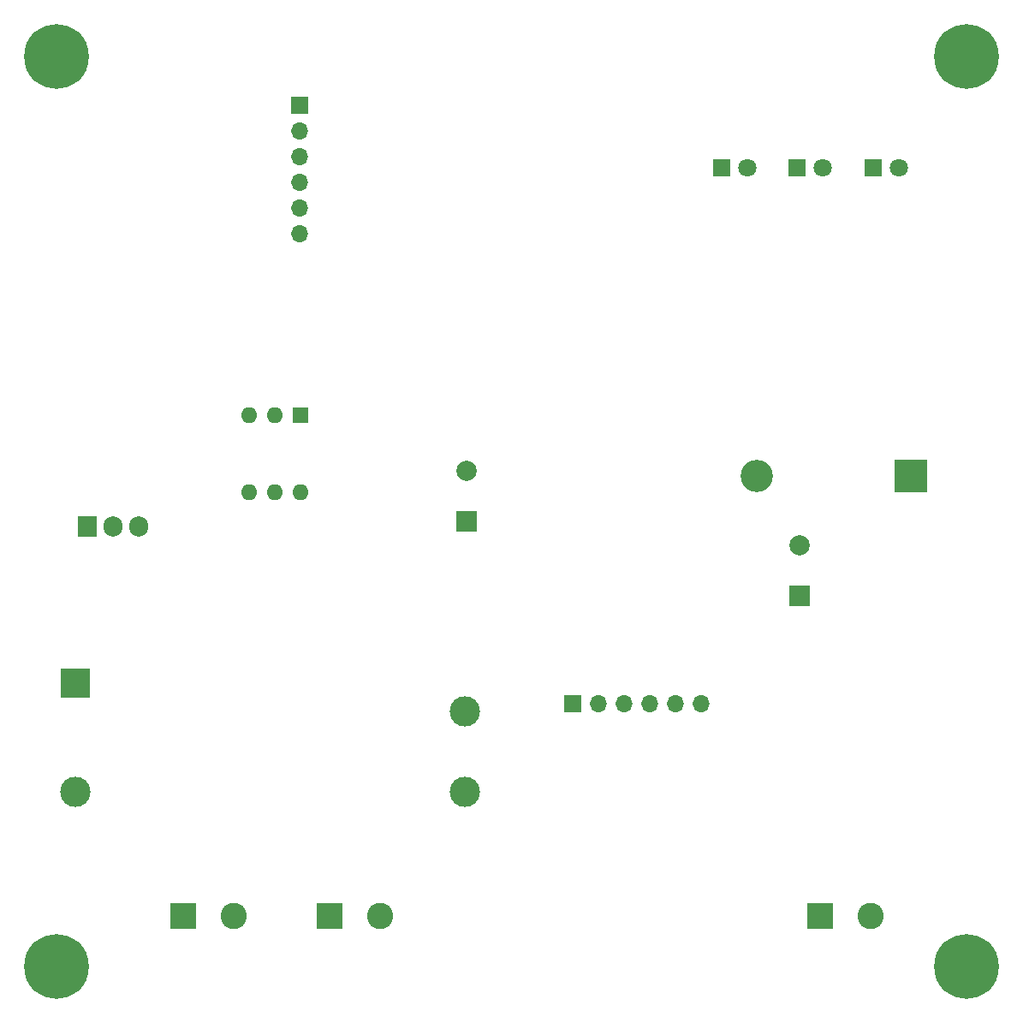
<source format=gbr>
%TF.GenerationSoftware,KiCad,Pcbnew,8.0.3*%
%TF.CreationDate,2024-07-01T15:14:42+02:00*%
%TF.ProjectId,wattwiser,77617474-7769-4736-9572-2e6b69636164,rev?*%
%TF.SameCoordinates,Original*%
%TF.FileFunction,Soldermask,Bot*%
%TF.FilePolarity,Negative*%
%FSLAX46Y46*%
G04 Gerber Fmt 4.6, Leading zero omitted, Abs format (unit mm)*
G04 Created by KiCad (PCBNEW 8.0.3) date 2024-07-01 15:14:42*
%MOMM*%
%LPD*%
G01*
G04 APERTURE LIST*
%ADD10R,1.800000X1.800000*%
%ADD11C,1.800000*%
%ADD12R,2.600000X2.600000*%
%ADD13C,2.600000*%
%ADD14C,0.800000*%
%ADD15C,6.400000*%
%ADD16R,1.700000X1.700000*%
%ADD17O,1.700000X1.700000*%
%ADD18R,2.000000X2.000000*%
%ADD19C,2.000000*%
%ADD20R,3.200000X3.200000*%
%ADD21O,3.200000X3.200000*%
%ADD22C,3.000000*%
%ADD23R,3.000000X3.000000*%
%ADD24R,1.600000X1.600000*%
%ADD25O,1.600000X1.600000*%
%ADD26R,1.905000X2.000000*%
%ADD27O,1.905000X2.000000*%
G04 APERTURE END LIST*
D10*
%TO.C,D2*%
X155725000Y-58000000D03*
D11*
X158265000Y-58000000D03*
%TD*%
D12*
%TO.C,J1*%
X102500000Y-132000000D03*
D13*
X107500000Y-132000000D03*
%TD*%
D14*
%TO.C,H1*%
X87600000Y-47000000D03*
X88302944Y-45302944D03*
X88302944Y-48697056D03*
X90000000Y-44600000D03*
D15*
X90000000Y-47000000D03*
D14*
X90000000Y-49400000D03*
X91697056Y-45302944D03*
X91697056Y-48697056D03*
X92400000Y-47000000D03*
%TD*%
D16*
%TO.C,J5*%
X141000000Y-111000000D03*
D17*
X143540000Y-111000000D03*
X146080000Y-111000000D03*
X148620000Y-111000000D03*
X151160000Y-111000000D03*
X153700000Y-111000000D03*
%TD*%
D18*
%TO.C,C4*%
X130500000Y-93000000D03*
D19*
X130500000Y-88000000D03*
%TD*%
D20*
%TO.C,D5*%
X174500000Y-88500000D03*
D21*
X159260000Y-88500000D03*
%TD*%
D14*
%TO.C,H2*%
X177600000Y-47000000D03*
X178302944Y-45302944D03*
X178302944Y-48697056D03*
X180000000Y-44600000D03*
D15*
X180000000Y-47000000D03*
D14*
X180000000Y-49400000D03*
X181697056Y-45302944D03*
X181697056Y-48697056D03*
X182400000Y-47000000D03*
%TD*%
%TO.C,H3*%
X87600000Y-137000000D03*
X88302944Y-135302944D03*
X88302944Y-138697056D03*
X90000000Y-134600000D03*
D15*
X90000000Y-137000000D03*
D14*
X90000000Y-139400000D03*
X91697056Y-135302944D03*
X91697056Y-138697056D03*
X92400000Y-137000000D03*
%TD*%
D13*
%TO.C,J4*%
X122000000Y-132000000D03*
D12*
X117000000Y-132000000D03*
%TD*%
D16*
%TO.C,J2*%
X114000000Y-51880000D03*
D17*
X114000000Y-54420000D03*
X114000000Y-56960000D03*
X114000000Y-59500000D03*
X114000000Y-62040000D03*
X114000000Y-64580000D03*
%TD*%
D18*
%TO.C,C5*%
X163500000Y-100367677D03*
D19*
X163500000Y-95367677D03*
%TD*%
D14*
%TO.C,H4*%
X177600000Y-137000000D03*
X178302944Y-135302944D03*
X178302944Y-138697056D03*
X180000000Y-134600000D03*
D15*
X180000000Y-137000000D03*
D14*
X180000000Y-139400000D03*
X181697056Y-135302944D03*
X181697056Y-138697056D03*
X182400000Y-137000000D03*
%TD*%
D22*
%TO.C,PS1*%
X130342500Y-111750000D03*
X130342500Y-119750000D03*
X91842500Y-119750000D03*
D23*
X91842500Y-109000000D03*
%TD*%
D24*
%TO.C,U4*%
X114080000Y-82500000D03*
D25*
X111540000Y-82500000D03*
X109000000Y-82500000D03*
X109000000Y-90120000D03*
X111540000Y-90120000D03*
X114080000Y-90120000D03*
%TD*%
D10*
%TO.C,D4*%
X170725000Y-58000000D03*
D11*
X173265000Y-58000000D03*
%TD*%
D10*
%TO.C,D3*%
X163225000Y-58000000D03*
D11*
X165765000Y-58000000D03*
%TD*%
D26*
%TO.C,Q4*%
X93000000Y-93500000D03*
D27*
X95540000Y-93500000D03*
X98080000Y-93500000D03*
%TD*%
D12*
%TO.C,J3*%
X165487500Y-132000000D03*
D13*
X170487500Y-132000000D03*
%TD*%
M02*

</source>
